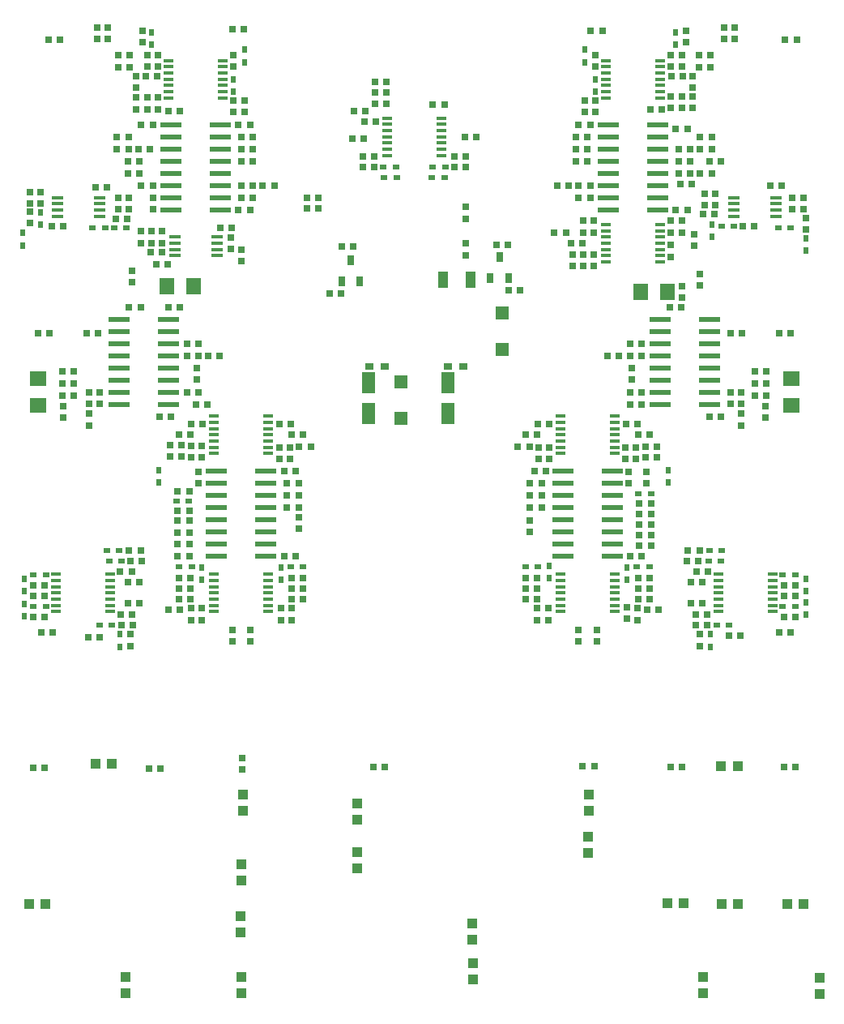
<source format=gbr>
%TF.GenerationSoftware,KiCad,Pcbnew,7.0.1*%
%TF.CreationDate,2023-04-17T15:30:12+02:00*%
%TF.ProjectId,blades_v40,626c6164-6573-45f7-9634-302e6b696361,rev?*%
%TF.SameCoordinates,Original*%
%TF.FileFunction,Paste,Top*%
%TF.FilePolarity,Positive*%
%FSLAX46Y46*%
G04 Gerber Fmt 4.6, Leading zero omitted, Abs format (unit mm)*
G04 Created by KiCad (PCBNEW 7.0.1) date 2023-04-17 15:30:12*
%MOMM*%
%LPD*%
G01*
G04 APERTURE LIST*
%ADD10R,0.650000X0.750000*%
%ADD11R,0.750000X0.650000*%
%ADD12R,0.700000X0.500000*%
%ADD13R,0.500000X0.700000*%
%ADD14R,1.100000X1.000000*%
%ADD15R,1.400000X1.400000*%
%ADD16R,1.200000X0.350000*%
%ADD17R,1.000000X0.350000*%
%ADD18R,1.000000X1.100000*%
%ADD19R,2.200000X0.600000*%
%ADD20R,1.000000X1.800000*%
%ADD21R,0.850000X0.700000*%
%ADD22R,1.800000X1.600000*%
%ADD23R,0.700000X1.000000*%
%ADD24R,1.400000X2.200000*%
%ADD25R,1.600000X1.800000*%
G04 APERTURE END LIST*
D10*
%TO.C,C66*%
X125129800Y-96113600D03*
X123929800Y-96113600D03*
%TD*%
%TO.C,C70*%
X134883700Y-99923600D03*
X136083700Y-99923600D03*
%TD*%
D11*
%TO.C,C101*%
X178346100Y-118144900D03*
X178346100Y-116944900D03*
%TD*%
D12*
%TO.C,D30*%
X161424800Y-109924800D03*
X160124800Y-109924800D03*
%TD*%
D10*
%TO.C,R16*%
X144408700Y-60394800D03*
X145608700Y-60394800D03*
%TD*%
D13*
%TO.C,D35*%
X134531200Y-111259800D03*
X134531200Y-109959800D03*
%TD*%
D10*
%TO.C,R37*%
X165363600Y-66268700D03*
X166563600Y-66268700D03*
%TD*%
%TO.C,C92*%
X110683600Y-116751100D03*
X109483600Y-116751100D03*
%TD*%
D13*
%TO.C,D44*%
X107702400Y-115069900D03*
X107702400Y-113769900D03*
%TD*%
D11*
%TO.C,R63*%
X153898600Y-72336000D03*
X153898600Y-73536000D03*
%TD*%
D10*
%TO.C,R99*%
X185296100Y-90716100D03*
X184096100Y-90716100D03*
%TD*%
D14*
%TO.C,D51*%
X189216400Y-145135600D03*
X187516400Y-145135600D03*
%TD*%
D10*
%TO.C,C65*%
X170602400Y-95002300D03*
X171802400Y-95002300D03*
%TD*%
%TO.C,C23*%
X152663600Y-68173600D03*
X153863600Y-68173600D03*
%TD*%
D11*
%TO.C,R107*%
X182632300Y-92903700D03*
X182632300Y-91703700D03*
%TD*%
D10*
%TO.C,C68*%
X161324800Y-96113600D03*
X160124800Y-96113600D03*
%TD*%
D15*
%TO.C,D19*%
X147072500Y-94362300D03*
X147072500Y-90562300D03*
%TD*%
D11*
%TO.C,R121*%
X171678600Y-98618600D03*
X171678600Y-97418600D03*
%TD*%
D10*
%TO.C,C91*%
X135677300Y-112147500D03*
X136877300Y-112147500D03*
%TD*%
%TO.C,R43*%
X153863500Y-67062500D03*
X152663500Y-67062500D03*
%TD*%
%TO.C,R182*%
X109870800Y-130886200D03*
X108670800Y-130886200D03*
%TD*%
%TO.C,C7*%
X176565000Y-58648500D03*
X175365000Y-58648500D03*
%TD*%
D11*
%TO.C,C57*%
X185172400Y-93132300D03*
X185172400Y-94332300D03*
%TD*%
%TO.C,R116*%
X134372400Y-97418500D03*
X134372400Y-98618500D03*
%TD*%
%TO.C,C95*%
X131356100Y-117668600D03*
X131356100Y-116468600D03*
%TD*%
D10*
%TO.C,C89*%
X171872400Y-112147300D03*
X173072400Y-112147300D03*
%TD*%
D16*
%TO.C,IC6*%
X111217300Y-71326100D03*
X111217300Y-71976100D03*
X111217300Y-72626100D03*
X111217300Y-73276100D03*
X115617300Y-73276100D03*
X115617300Y-72626100D03*
X115617300Y-71976100D03*
X115617300Y-71326100D03*
%TD*%
D10*
%TO.C,R32*%
X117421100Y-64998700D03*
X118621100Y-64998700D03*
%TD*%
D17*
%TO.C,IC19*%
X127558800Y-110673600D03*
X127558800Y-111323600D03*
X127558800Y-111973600D03*
X127558800Y-112623600D03*
X127558800Y-113273600D03*
X127558800Y-113923600D03*
X127558800Y-114573600D03*
X133248400Y-114573600D03*
X133248400Y-113923600D03*
X133248400Y-113273600D03*
X133248400Y-112623600D03*
X133248400Y-111973600D03*
X133248400Y-111323600D03*
X133228100Y-110673600D03*
%TD*%
D11*
%TO.C,R13*%
X177552400Y-58683500D03*
X177552400Y-59883500D03*
%TD*%
D17*
%TO.C,IC20*%
X163753800Y-110673600D03*
X163753800Y-111323600D03*
X163753800Y-111973600D03*
X163753800Y-112623600D03*
X163753800Y-113273600D03*
X163753800Y-113923600D03*
X163753800Y-114573600D03*
X169443400Y-114573600D03*
X169443400Y-113923600D03*
X169443400Y-113273600D03*
X169443400Y-112623600D03*
X169443400Y-111973600D03*
X169443400Y-111323600D03*
X169423100Y-110673600D03*
%TD*%
D10*
%TO.C,R49*%
X131638600Y-70078500D03*
X130438600Y-70078500D03*
%TD*%
D11*
%TO.C,R2*%
X176917300Y-55121100D03*
X176917300Y-53921100D03*
%TD*%
D10*
%TO.C,R97*%
X185296200Y-89446100D03*
X184096200Y-89446100D03*
%TD*%
D11*
%TO.C,R65*%
X108337500Y-72812200D03*
X108337500Y-74012200D03*
%TD*%
D12*
%TO.C,D12*%
X181903800Y-74364900D03*
X180603800Y-74364900D03*
%TD*%
D11*
%TO.C,C10*%
X121672300Y-60906100D03*
X121672300Y-62106100D03*
%TD*%
%TO.C,R78*%
X130403600Y-77981100D03*
X130403600Y-76781100D03*
%TD*%
%TO.C,R55*%
X178822200Y-70907300D03*
X178822200Y-72107300D03*
%TD*%
D10*
%TO.C,C88*%
X161324900Y-112147200D03*
X160124900Y-112147200D03*
%TD*%
D18*
%TO.C,D57*%
X142544800Y-139688200D03*
X142544800Y-141388200D03*
%TD*%
D19*
%TO.C,IC4*%
X123041100Y-63728600D03*
X123041100Y-64998600D03*
X123041100Y-66268600D03*
X123041100Y-67538600D03*
X123041100Y-68808600D03*
X123041100Y-70078600D03*
X123041100Y-71348600D03*
X123041100Y-72618600D03*
X128241100Y-72618600D03*
X128241100Y-71348600D03*
X128241100Y-70078600D03*
X128241100Y-68808600D03*
X128241100Y-67538600D03*
X128241100Y-66268600D03*
X128241100Y-64998600D03*
X128241100Y-63728600D03*
%TD*%
D10*
%TO.C,R76*%
X120913600Y-77063500D03*
X122113600Y-77063500D03*
%TD*%
D18*
%TO.C,D52*%
X190855600Y-152845400D03*
X190855600Y-154545400D03*
%TD*%
D10*
%TO.C,C27*%
X186883500Y-70078500D03*
X185683500Y-70078500D03*
%TD*%
%TO.C,R112*%
X159331100Y-97383600D03*
X160531100Y-97383600D03*
%TD*%
D11*
%TO.C,C42*%
X118973600Y-80203600D03*
X118973600Y-79003600D03*
%TD*%
D10*
%TO.C,R146*%
X118964100Y-110401100D03*
X117764100Y-110401100D03*
%TD*%
D12*
%TO.C,D38*%
X109989900Y-110718700D03*
X108689900Y-110718700D03*
%TD*%
D11*
%TO.C,R61*%
X118656000Y-71383700D03*
X118656000Y-72583700D03*
%TD*%
%TO.C,R72*%
X122148600Y-76076100D03*
X122148600Y-74876100D03*
%TD*%
%TO.C,R164*%
X135642500Y-115445900D03*
X135642500Y-114245900D03*
%TD*%
D10*
%TO.C,C85*%
X172278700Y-108813600D03*
X171078700Y-108813600D03*
%TD*%
%TO.C,R46*%
X177517200Y-69919800D03*
X176317200Y-69919800D03*
%TD*%
%TO.C,R175*%
X177904800Y-115957300D03*
X179104800Y-115957300D03*
%TD*%
%TO.C,C69*%
X173072300Y-96113600D03*
X171872300Y-96113600D03*
%TD*%
D11*
%TO.C,R126*%
X172789800Y-99958600D03*
X172789800Y-101158600D03*
%TD*%
D10*
%TO.C,R92*%
X125923700Y-86588600D03*
X124723700Y-86588600D03*
%TD*%
%TO.C,R40*%
X117421000Y-66268800D03*
X118621000Y-66268800D03*
%TD*%
D12*
%TO.C,D24*%
X124912400Y-103019200D03*
X123612400Y-103019200D03*
%TD*%
D14*
%TO.C,D53*%
X116877200Y-130454400D03*
X115177200Y-130454400D03*
%TD*%
D10*
%TO.C,R151*%
X119732300Y-111512200D03*
X118532300Y-111512200D03*
%TD*%
D13*
%TO.C,D36*%
X170726100Y-111259900D03*
X170726100Y-109959900D03*
%TD*%
D10*
%TO.C,R89*%
X115446200Y-85477300D03*
X114246200Y-85477300D03*
%TD*%
D12*
%TO.C,D13*%
X186536000Y-74523500D03*
X187836000Y-74523500D03*
%TD*%
D10*
%TO.C,C87*%
X187112500Y-111829900D03*
X188312500Y-111829900D03*
%TD*%
%TO.C,R41*%
X119643200Y-66268800D03*
X120843200Y-66268800D03*
%TD*%
%TO.C,C49*%
X126945900Y-87858700D03*
X128145900Y-87858700D03*
%TD*%
D19*
%TO.C,IC13*%
X174158600Y-84048600D03*
X174158600Y-85318600D03*
X174158600Y-86588600D03*
X174158600Y-87858600D03*
X174158600Y-89128600D03*
X174158600Y-90398600D03*
X174158600Y-91668600D03*
X174158600Y-92938600D03*
X179358600Y-92938600D03*
X179358600Y-91668600D03*
X179358600Y-90398600D03*
X179358600Y-89128600D03*
X179358600Y-87858600D03*
X179358600Y-86588600D03*
X179358600Y-85318600D03*
X179358600Y-84048600D03*
%TD*%
D10*
%TO.C,R158*%
X173072500Y-113258700D03*
X171872500Y-113258700D03*
%TD*%
D11*
%TO.C,C9*%
X175329900Y-60747400D03*
X175329900Y-61947400D03*
%TD*%
D10*
%TO.C,R111*%
X137671200Y-97383500D03*
X136471200Y-97383500D03*
%TD*%
D11*
%TO.C,R167*%
X134531000Y-114246100D03*
X134531000Y-115446100D03*
%TD*%
D10*
%TO.C,R190*%
X187131400Y-130835400D03*
X188331400Y-130835400D03*
%TD*%
D13*
%TO.C,D47*%
X179457400Y-118244600D03*
X179457400Y-116944600D03*
%TD*%
D15*
%TO.C,D20*%
X157708700Y-83418600D03*
X157708700Y-87218600D03*
%TD*%
D10*
%TO.C,R48*%
X119961200Y-70078500D03*
X121161200Y-70078500D03*
%TD*%
%TO.C,R170*%
X118989200Y-114846200D03*
X117789200Y-114846200D03*
%TD*%
%TO.C,R108*%
X126876100Y-92938600D03*
X125676100Y-92938600D03*
%TD*%
D18*
%TO.C,D61*%
X142519400Y-134633600D03*
X142519400Y-136333600D03*
%TD*%
D10*
%TO.C,R96*%
X111706300Y-89446100D03*
X112906300Y-89446100D03*
%TD*%
%TO.C,R54*%
X137264900Y-71348600D03*
X138464900Y-71348600D03*
%TD*%
D13*
%TO.C,D43*%
X189458600Y-114911300D03*
X189458600Y-113611300D03*
%TD*%
D10*
%TO.C,C48*%
X169897300Y-87858600D03*
X168697300Y-87858600D03*
%TD*%
D13*
%TO.C,D4*%
X130721100Y-55884900D03*
X130721100Y-57184900D03*
%TD*%
D14*
%TO.C,D54*%
X180582200Y-130683000D03*
X182282200Y-130683000D03*
%TD*%
D10*
%TO.C,C16*%
X154974900Y-64998700D03*
X153774900Y-64998700D03*
%TD*%
D14*
%TO.C,D56*%
X174956100Y-145008600D03*
X176656100Y-145008600D03*
%TD*%
D10*
%TO.C,R82*%
X159578500Y-81032400D03*
X158378500Y-81032400D03*
%TD*%
D12*
%TO.C,D29*%
X135577400Y-109924800D03*
X136877400Y-109924800D03*
%TD*%
D10*
%TO.C,C82*%
X119891100Y-108178500D03*
X118691100Y-108178500D03*
%TD*%
%TO.C,R145*%
X178025500Y-110401000D03*
X179225500Y-110401000D03*
%TD*%
%TO.C,R143*%
X120050100Y-109289800D03*
X118850100Y-109289800D03*
%TD*%
D11*
%TO.C,R21*%
X120561000Y-62106000D03*
X120561000Y-60906000D03*
%TD*%
%TO.C,C56*%
X111829900Y-93132300D03*
X111829900Y-94332300D03*
%TD*%
D12*
%TO.C,D25*%
X116368700Y-108178500D03*
X117668700Y-108178500D03*
%TD*%
D10*
%TO.C,C8*%
X121637400Y-58648600D03*
X120437400Y-58648600D03*
%TD*%
D17*
%TO.C,IC3*%
X145656300Y-63048600D03*
X145656300Y-63698600D03*
X145656300Y-64348600D03*
X145656300Y-64998600D03*
X145656300Y-65648600D03*
X145656300Y-66298600D03*
X145656300Y-66948600D03*
X151345900Y-66948600D03*
X151345900Y-66298600D03*
X151345900Y-65648600D03*
X151345900Y-64998600D03*
X151345900Y-64348600D03*
X151345900Y-63698600D03*
X151325600Y-63048600D03*
%TD*%
D10*
%TO.C,C39*%
X140916100Y-76428600D03*
X142116100Y-76428600D03*
%TD*%
D13*
%TO.C,D1*%
X121037400Y-55379900D03*
X121037400Y-54079900D03*
%TD*%
D10*
%TO.C,R122*%
X124177500Y-98336000D03*
X122977500Y-98336000D03*
%TD*%
D11*
%TO.C,C33*%
X167233400Y-74964800D03*
X167233400Y-73764800D03*
%TD*%
D13*
%TO.C,D6*%
X167392400Y-60301100D03*
X167392400Y-59001100D03*
%TD*%
D11*
%TO.C,C80*%
X180886100Y-54803500D03*
X180886100Y-53603500D03*
%TD*%
D10*
%TO.C,C15*%
X175841200Y-64204900D03*
X177041200Y-64204900D03*
%TD*%
D11*
%TO.C,C61*%
X114528500Y-93926100D03*
X114528500Y-95126100D03*
%TD*%
%TO.C,C94*%
X129451300Y-116468600D03*
X129451300Y-117668600D03*
%TD*%
D13*
%TO.C,D5*%
X129609600Y-60301100D03*
X129609600Y-59001100D03*
%TD*%
D10*
%TO.C,R133*%
X173231100Y-103257400D03*
X172031100Y-103257400D03*
%TD*%
D11*
%TO.C,R6*%
X176441100Y-57661000D03*
X176441100Y-56461000D03*
%TD*%
D10*
%TO.C,C21*%
X130438600Y-67538600D03*
X131638600Y-67538600D03*
%TD*%
%TO.C,C14*%
X130121100Y-63728600D03*
X131321100Y-63728600D03*
%TD*%
D11*
%TO.C,R185*%
X130479800Y-131079800D03*
X130479800Y-129879800D03*
%TD*%
D19*
%TO.C,IC5*%
X168761100Y-63728600D03*
X168761100Y-64998600D03*
X168761100Y-66268600D03*
X168761100Y-67538600D03*
X168761100Y-68808600D03*
X168761100Y-70078600D03*
X168761100Y-71348600D03*
X168761100Y-72618600D03*
X173961100Y-72618600D03*
X173961100Y-71348600D03*
X173961100Y-70078600D03*
X173961100Y-68808600D03*
X173961100Y-67538600D03*
X173961100Y-66268600D03*
X173961100Y-64998600D03*
X173961100Y-63728600D03*
%TD*%
D10*
%TO.C,R102*%
X111706400Y-91986100D03*
X112906400Y-91986100D03*
%TD*%
D11*
%TO.C,R199*%
X115322300Y-54803600D03*
X115322300Y-53603600D03*
%TD*%
D10*
%TO.C,R109*%
X171078600Y-92938600D03*
X172278600Y-92938600D03*
%TD*%
%TO.C,R134*%
X136401100Y-103733500D03*
X135201100Y-103733500D03*
%TD*%
%TO.C,C93*%
X187836100Y-116751100D03*
X186636100Y-116751100D03*
%TD*%
D11*
%TO.C,R22*%
X119449800Y-62106100D03*
X119449800Y-60906100D03*
%TD*%
D17*
%TO.C,IC8*%
X168516300Y-74161100D03*
X168516300Y-74811100D03*
X168516300Y-75461100D03*
X168516300Y-76111100D03*
X168516300Y-76761100D03*
X168516300Y-77411100D03*
X168516300Y-78061100D03*
X174205900Y-78061100D03*
X174205900Y-77411100D03*
X174205900Y-76761100D03*
X174205900Y-76111100D03*
X174205900Y-75461100D03*
X174205900Y-74811100D03*
X174185600Y-74161100D03*
%TD*%
D10*
%TO.C,R138*%
X123771200Y-107543600D03*
X124971200Y-107543600D03*
%TD*%
D11*
%TO.C,R71*%
X119926100Y-76076100D03*
X119926100Y-74876100D03*
%TD*%
D16*
%TO.C,IC7*%
X181861000Y-71326200D03*
X181861000Y-71976200D03*
X181861000Y-72626200D03*
X181861000Y-73276200D03*
X186261000Y-73276200D03*
X186261000Y-72626200D03*
X186261000Y-71976200D03*
X186261000Y-71326200D03*
%TD*%
D10*
%TO.C,R186*%
X144205400Y-130810000D03*
X145405400Y-130810000D03*
%TD*%
D11*
%TO.C,C6*%
X121672400Y-57661100D03*
X121672400Y-56461100D03*
%TD*%
D10*
%TO.C,C58*%
X121866100Y-94208600D03*
X123066100Y-94208600D03*
%TD*%
%TO.C,R144*%
X176952200Y-109289800D03*
X178152200Y-109289800D03*
%TD*%
D11*
%TO.C,R118*%
X135483700Y-98618600D03*
X135483700Y-97418600D03*
%TD*%
D18*
%TO.C,D49*%
X118338600Y-152693000D03*
X118338600Y-154393000D03*
%TD*%
D10*
%TO.C,R33*%
X131638600Y-64998700D03*
X130438600Y-64998700D03*
%TD*%
%TO.C,R124*%
X162277300Y-99923600D03*
X161077300Y-99923600D03*
%TD*%
%TO.C,R42*%
X143138600Y-67062200D03*
X144338600Y-67062200D03*
%TD*%
D11*
%TO.C,C79*%
X116433500Y-54803500D03*
X116433500Y-53603500D03*
%TD*%
D12*
%TO.C,D10*%
X150341000Y-69285000D03*
X151641000Y-69285000D03*
%TD*%
D17*
%TO.C,IC14*%
X127558800Y-94163600D03*
X127558800Y-94813600D03*
X127558800Y-95463600D03*
X127558800Y-96113600D03*
X127558800Y-96763600D03*
X127558800Y-97413600D03*
X127558800Y-98063600D03*
X133248400Y-98063600D03*
X133248400Y-97413600D03*
X133248400Y-96763600D03*
X133248400Y-96113600D03*
X133248400Y-95463600D03*
X133248400Y-94813600D03*
X133228100Y-94163600D03*
%TD*%
D10*
%TO.C,C90*%
X125129800Y-112147400D03*
X123929800Y-112147400D03*
%TD*%
D11*
%TO.C,R50*%
X108337300Y-70748500D03*
X108337300Y-71948500D03*
%TD*%
D10*
%TO.C,R10*%
X117579800Y-57696200D03*
X118779800Y-57696200D03*
%TD*%
D13*
%TO.C,D22*%
X175012600Y-99779300D03*
X175012600Y-101079300D03*
%TD*%
D20*
%TO.C,P1*%
X154346100Y-79921100D03*
X151546100Y-79921100D03*
%TD*%
D10*
%TO.C,R12*%
X145608700Y-59283500D03*
X144408700Y-59283500D03*
%TD*%
D21*
%TO.C,L1*%
X152046100Y-88969800D03*
X153646100Y-88969800D03*
%TD*%
D18*
%TO.C,R194*%
X180607600Y-145110200D03*
X182307600Y-145110200D03*
%TD*%
D10*
%TO.C,C47*%
X122818600Y-82778600D03*
X124018600Y-82778600D03*
%TD*%
D11*
%TO.C,R165*%
X125164900Y-115446100D03*
X125164900Y-114246100D03*
%TD*%
D10*
%TO.C,R34*%
X165363600Y-64998700D03*
X166563600Y-64998700D03*
%TD*%
D11*
%TO.C,R5*%
X120561100Y-57661000D03*
X120561100Y-56461000D03*
%TD*%
D10*
%TO.C,C34*%
X111794800Y-74364900D03*
X110594800Y-74364900D03*
%TD*%
D22*
%TO.C,C52*%
X109131100Y-90268600D03*
X109131100Y-93068600D03*
%TD*%
D11*
%TO.C,R60*%
X189141000Y-71383600D03*
X189141000Y-72583600D03*
%TD*%
%TO.C,C51*%
X171202400Y-90363600D03*
X171202400Y-89163600D03*
%TD*%
D10*
%TO.C,R27*%
X124018800Y-62299800D03*
X122818800Y-62299800D03*
%TD*%
%TO.C,C26*%
X132661200Y-70078500D03*
X133861200Y-70078500D03*
%TD*%
D11*
%TO.C,C40*%
X175329800Y-77504700D03*
X175329800Y-76304700D03*
%TD*%
D10*
%TO.C,R85*%
X175206100Y-82778600D03*
X176406100Y-82778600D03*
%TD*%
D11*
%TO.C,R197*%
X121037400Y-76076200D03*
X121037400Y-74876200D03*
%TD*%
%TO.C,R120*%
X162629900Y-97418600D03*
X162629900Y-98618600D03*
%TD*%
%TO.C,R79*%
X167233600Y-77257300D03*
X167233600Y-78457300D03*
%TD*%
D10*
%TO.C,C64*%
X162594900Y-95002300D03*
X161394900Y-95002300D03*
%TD*%
%TO.C,C36*%
X128216100Y-74523600D03*
X129416100Y-74523600D03*
%TD*%
D11*
%TO.C,R172*%
X171837400Y-115446200D03*
X171837400Y-114246200D03*
%TD*%
D10*
%TO.C,R53*%
X165681200Y-71348500D03*
X166881200Y-71348500D03*
%TD*%
D19*
%TO.C,IC17*%
X163998600Y-99923600D03*
X163998600Y-101193600D03*
X163998600Y-102463600D03*
X163998600Y-103733600D03*
X163998600Y-105003600D03*
X163998600Y-106273600D03*
X163998600Y-107543600D03*
X163998600Y-108813600D03*
X169198600Y-108813600D03*
X169198600Y-107543600D03*
X169198600Y-106273600D03*
X169198600Y-105003600D03*
X169198600Y-103733600D03*
X169198600Y-102463600D03*
X169198600Y-101193600D03*
X169198600Y-99923600D03*
%TD*%
D11*
%TO.C,R168*%
X161359800Y-115446100D03*
X161359800Y-114246100D03*
%TD*%
D10*
%TO.C,C72*%
X135201200Y-102463600D03*
X136401200Y-102463600D03*
%TD*%
D11*
%TO.C,R56*%
X179933500Y-72107300D03*
X179933500Y-70907300D03*
%TD*%
D10*
%TO.C,R159*%
X177428600Y-113734800D03*
X178628600Y-113734800D03*
%TD*%
D19*
%TO.C,IC16*%
X127803600Y-99923600D03*
X127803600Y-101193600D03*
X127803600Y-102463600D03*
X127803600Y-103733600D03*
X127803600Y-105003600D03*
X127803600Y-106273600D03*
X127803600Y-107543600D03*
X127803600Y-108813600D03*
X133003600Y-108813600D03*
X133003600Y-107543600D03*
X133003600Y-106273600D03*
X133003600Y-105003600D03*
X133003600Y-103733600D03*
X133003600Y-102463600D03*
X133003600Y-101193600D03*
X133003600Y-99923600D03*
%TD*%
D11*
%TO.C,R106*%
X181521100Y-92903700D03*
X181521100Y-91703700D03*
%TD*%
D10*
%TO.C,R176*%
X119097300Y-115957400D03*
X117897300Y-115957400D03*
%TD*%
D18*
%TO.C,D58*%
X166624000Y-138113400D03*
X166624000Y-139813400D03*
%TD*%
D12*
%TO.C,D45*%
X115574900Y-115957100D03*
X116874900Y-115957100D03*
%TD*%
D17*
%TO.C,IC15*%
X163753800Y-94163600D03*
X163753800Y-94813600D03*
X163753800Y-95463600D03*
X163753800Y-96113600D03*
X163753800Y-96763600D03*
X163753800Y-97413600D03*
X163753800Y-98063600D03*
X169443400Y-98063600D03*
X169443400Y-97413600D03*
X169443400Y-96763600D03*
X169443400Y-96113600D03*
X169443400Y-95463600D03*
X169443400Y-94813600D03*
X169423100Y-94163600D03*
%TD*%
D10*
%TO.C,C20*%
X180533800Y-67538500D03*
X179333800Y-67538500D03*
%TD*%
%TO.C,C31*%
X177041200Y-72618700D03*
X175841200Y-72618700D03*
%TD*%
%TO.C,R9*%
X179422300Y-57696100D03*
X178222300Y-57696100D03*
%TD*%
%TO.C,R154*%
X187112300Y-112941200D03*
X188312300Y-112941200D03*
%TD*%
D22*
%TO.C,C53*%
X187871100Y-90268600D03*
X187871100Y-93068600D03*
%TD*%
D13*
%TO.C,D16*%
X179616100Y-74141300D03*
X179616100Y-75441300D03*
%TD*%
D10*
%TO.C,C62*%
X126400000Y-95002200D03*
X125200000Y-95002200D03*
%TD*%
D11*
%TO.C,C46*%
X176441100Y-81791100D03*
X176441100Y-80591100D03*
%TD*%
D13*
%TO.C,D18*%
X189458700Y-75569800D03*
X189458700Y-76869800D03*
%TD*%
D11*
%TO.C,R77*%
X165011400Y-78457300D03*
X165011400Y-77257300D03*
%TD*%
%TO.C,R67*%
X189458500Y-73447400D03*
X189458500Y-74647400D03*
%TD*%
D10*
%TO.C,R152*%
X177428600Y-111512300D03*
X178628600Y-111512300D03*
%TD*%
%TO.C,C78*%
X173231000Y-105479800D03*
X172031000Y-105479800D03*
%TD*%
D11*
%TO.C,R24*%
X130721400Y-61223700D03*
X130721400Y-62423700D03*
%TD*%
D10*
%TO.C,R156*%
X123929800Y-113258600D03*
X125129800Y-113258600D03*
%TD*%
D23*
%TO.C,IC10*%
X156441100Y-79751100D03*
X158341100Y-79751100D03*
X157391100Y-77551100D03*
%TD*%
D10*
%TO.C,R150*%
X161324900Y-111036200D03*
X160124900Y-111036200D03*
%TD*%
%TO.C,R93*%
X171078600Y-86588600D03*
X172278600Y-86588600D03*
%TD*%
%TO.C,R62*%
X137265000Y-72459800D03*
X138465000Y-72459800D03*
%TD*%
D11*
%TO.C,R117*%
X170567400Y-97418500D03*
X170567400Y-98618500D03*
%TD*%
D10*
%TO.C,R3*%
X117579900Y-56425900D03*
X118779900Y-56425900D03*
%TD*%
%TO.C,R70*%
X163141000Y-74999600D03*
X164341000Y-74999600D03*
%TD*%
%TO.C,R31*%
X166881100Y-63728700D03*
X165681100Y-63728700D03*
%TD*%
%TO.C,R110*%
X124177500Y-97224700D03*
X122977500Y-97224700D03*
%TD*%
%TO.C,R36*%
X131638600Y-66268600D03*
X130438600Y-66268600D03*
%TD*%
%TO.C,R23*%
X151641200Y-61664800D03*
X150441200Y-61664800D03*
%TD*%
%TO.C,C29*%
X116398600Y-70237200D03*
X115198600Y-70237200D03*
%TD*%
%TO.C,R173*%
X108690000Y-115163500D03*
X109890000Y-115163500D03*
%TD*%
D11*
%TO.C,R105*%
X114528500Y-92903500D03*
X114528500Y-91703500D03*
%TD*%
%TO.C,R166*%
X126276100Y-114246100D03*
X126276100Y-115446100D03*
%TD*%
%TO.C,R119*%
X161518600Y-98618600D03*
X161518600Y-97418600D03*
%TD*%
D13*
%TO.C,D2*%
X175806100Y-55379800D03*
X175806100Y-54079800D03*
%TD*%
D17*
%TO.C,IC2*%
X122796300Y-57016100D03*
X122796300Y-57666100D03*
X122796300Y-58316100D03*
X122796300Y-58966100D03*
X122796300Y-59616100D03*
X122796300Y-60266100D03*
X122796300Y-60916100D03*
X128485900Y-60916100D03*
X128485900Y-60266100D03*
X128485900Y-59616100D03*
X128485900Y-58966100D03*
X128485900Y-58316100D03*
X128485900Y-57666100D03*
X128465600Y-57016100D03*
%TD*%
D10*
%TO.C,C84*%
X136083600Y-108813600D03*
X134883600Y-108813600D03*
%TD*%
%TO.C,R95*%
X171078600Y-87858600D03*
X172278600Y-87858600D03*
%TD*%
%TO.C,R84*%
X118691200Y-82778600D03*
X119891200Y-82778600D03*
%TD*%
%TO.C,C28*%
X164658600Y-70078600D03*
X163458600Y-70078600D03*
%TD*%
%TO.C,C17*%
X143227400Y-65157400D03*
X142027400Y-65157400D03*
%TD*%
D13*
%TO.C,D21*%
X121751700Y-99779300D03*
X121751700Y-101079300D03*
%TD*%
D11*
%TO.C,R125*%
X125958600Y-99958600D03*
X125958600Y-101158600D03*
%TD*%
D10*
%TO.C,R136*%
X123771000Y-104051100D03*
X124971000Y-104051100D03*
%TD*%
D11*
%TO.C,C13*%
X167392500Y-61223500D03*
X167392500Y-62423500D03*
%TD*%
D14*
%TO.C,D50*%
X108243000Y-145135600D03*
X109943000Y-145135600D03*
%TD*%
D10*
%TO.C,R90*%
X181556100Y-85477300D03*
X182756100Y-85477300D03*
%TD*%
%TO.C,C74*%
X173231200Y-104368700D03*
X172031200Y-104368700D03*
%TD*%
D24*
%TO.C,C54*%
X151993600Y-93903600D03*
X151993600Y-90703600D03*
%TD*%
D11*
%TO.C,R57*%
X121196100Y-72583500D03*
X121196100Y-71383500D03*
%TD*%
%TO.C,C96*%
X165646100Y-116468600D03*
X165646100Y-117668600D03*
%TD*%
D10*
%TO.C,C30*%
X131321200Y-72618700D03*
X130121200Y-72618700D03*
%TD*%
D11*
%TO.C,C97*%
X167551100Y-117668600D03*
X167551100Y-116468600D03*
%TD*%
D10*
%TO.C,R83*%
X139646000Y-81349900D03*
X140846000Y-81349900D03*
%TD*%
%TO.C,C98*%
X182597300Y-117068600D03*
X181397300Y-117068600D03*
%TD*%
%TO.C,R101*%
X171078600Y-91668600D03*
X172278600Y-91668600D03*
%TD*%
D12*
%TO.C,D37*%
X187012200Y-110718600D03*
X188312200Y-110718600D03*
%TD*%
%TO.C,D31*%
X171772400Y-109924800D03*
X173072400Y-109924800D03*
%TD*%
D10*
%TO.C,C11*%
X144408700Y-61506100D03*
X145608700Y-61506100D03*
%TD*%
%TO.C,R149*%
X171872400Y-111036100D03*
X173072400Y-111036100D03*
%TD*%
D13*
%TO.C,D11*%
X109448600Y-72871000D03*
X109448600Y-74171000D03*
%TD*%
D10*
%TO.C,C2*%
X166951300Y-53886200D03*
X168151300Y-53886200D03*
%TD*%
D13*
%TO.C,D48*%
X117703500Y-118244900D03*
X117703500Y-116944900D03*
%TD*%
D10*
%TO.C,R103*%
X185296100Y-91986100D03*
X184096100Y-91986100D03*
%TD*%
%TO.C,R113*%
X172666200Y-97383600D03*
X173866200Y-97383600D03*
%TD*%
D13*
%TO.C,D3*%
X166281100Y-55884800D03*
X166281100Y-57184800D03*
%TD*%
D14*
%TO.C,R188*%
X166757400Y-135381100D03*
X166757400Y-133681100D03*
%TD*%
D10*
%TO.C,R142*%
X123771000Y-108813600D03*
X124971000Y-108813600D03*
%TD*%
%TO.C,R45*%
X176158600Y-68808700D03*
X177358600Y-68808700D03*
%TD*%
%TO.C,C38*%
X158308600Y-76269800D03*
X157108600Y-76269800D03*
%TD*%
%TO.C,C19*%
X176158600Y-67538500D03*
X177358600Y-67538500D03*
%TD*%
D23*
%TO.C,IC11*%
X140883600Y-80068600D03*
X142783600Y-80068600D03*
X141833600Y-77868600D03*
%TD*%
D14*
%TO.C,R193*%
X154635200Y-151296000D03*
X154635200Y-152996000D03*
%TD*%
D10*
%TO.C,C86*%
X109889800Y-111829700D03*
X108689800Y-111829700D03*
%TD*%
D11*
%TO.C,R59*%
X188029800Y-72583600D03*
X188029800Y-71383600D03*
%TD*%
D13*
%TO.C,D34*%
X126276100Y-111259800D03*
X126276100Y-109959800D03*
%TD*%
D10*
%TO.C,R29*%
X143297400Y-63410900D03*
X144497400Y-63410900D03*
%TD*%
D12*
%TO.C,D7*%
X145261200Y-68173600D03*
X146561200Y-68173600D03*
%TD*%
D17*
%TO.C,IC21*%
X180263800Y-110673600D03*
X180263800Y-111323600D03*
X180263800Y-111973600D03*
X180263800Y-112623600D03*
X180263800Y-113273600D03*
X180263800Y-113923600D03*
X180263800Y-114573600D03*
X185953400Y-114573600D03*
X185953400Y-113923600D03*
X185953400Y-113273600D03*
X185953400Y-112623600D03*
X185953400Y-111973600D03*
X185953400Y-111323600D03*
X185933100Y-110673600D03*
%TD*%
D11*
%TO.C,R58*%
X117544900Y-72583600D03*
X117544900Y-71383600D03*
%TD*%
D12*
%TO.C,D26*%
X180633600Y-108178500D03*
X179333600Y-108178500D03*
%TD*%
D10*
%TO.C,R52*%
X131638600Y-71348500D03*
X130438600Y-71348500D03*
%TD*%
D11*
%TO.C,C60*%
X182632400Y-93926000D03*
X182632400Y-95126000D03*
%TD*%
D10*
%TO.C,R44*%
X179581200Y-68808500D03*
X178381200Y-68808500D03*
%TD*%
D11*
%TO.C,R69*%
X176441000Y-74964800D03*
X176441000Y-73764800D03*
%TD*%
D10*
%TO.C,C22*%
X118532400Y-67538700D03*
X119732400Y-67538700D03*
%TD*%
%TO.C,R64*%
X178698600Y-73094800D03*
X179898600Y-73094800D03*
%TD*%
%TO.C,C73*%
X161801100Y-102463600D03*
X160601100Y-102463600D03*
%TD*%
D25*
%TO.C,C45*%
X174983600Y-81191100D03*
X172183600Y-81191100D03*
%TD*%
D14*
%TO.C,R184*%
X130562400Y-135381100D03*
X130562400Y-133681100D03*
%TD*%
D12*
%TO.C,D41*%
X109989900Y-114052400D03*
X108689900Y-114052400D03*
%TD*%
D10*
%TO.C,R153*%
X109889800Y-112940800D03*
X108689800Y-112940800D03*
%TD*%
D11*
%TO.C,C32*%
X175329900Y-74964700D03*
X175329900Y-73764700D03*
%TD*%
%TO.C,R1*%
X120084800Y-55121100D03*
X120084800Y-53921100D03*
%TD*%
D10*
%TO.C,R28*%
X142186100Y-62299800D03*
X143386100Y-62299800D03*
%TD*%
D11*
%TO.C,C100*%
X118814900Y-118144800D03*
X118814900Y-116944800D03*
%TD*%
D10*
%TO.C,C18*%
X166563600Y-67538500D03*
X165363600Y-67538500D03*
%TD*%
%TO.C,R38*%
X177358600Y-66268700D03*
X176158600Y-66268700D03*
%TD*%
D11*
%TO.C,R114*%
X125164900Y-98459800D03*
X125164900Y-97259800D03*
%TD*%
%TO.C,R11*%
X119449900Y-58683500D03*
X119449900Y-59883500D03*
%TD*%
D10*
%TO.C,R39*%
X179581000Y-66268700D03*
X178381000Y-66268700D03*
%TD*%
D11*
%TO.C,R8*%
X167392400Y-56461100D03*
X167392400Y-57661100D03*
%TD*%
D10*
%TO.C,C25*%
X118532300Y-68808500D03*
X119732300Y-68808500D03*
%TD*%
%TO.C,C24*%
X144338500Y-68173700D03*
X143138500Y-68173700D03*
%TD*%
D12*
%TO.C,D8*%
X151741000Y-68173600D03*
X150441000Y-68173600D03*
%TD*%
%TO.C,D32*%
X125229800Y-109924900D03*
X123929800Y-109924900D03*
%TD*%
D10*
%TO.C,C41*%
X121548600Y-78333500D03*
X122748600Y-78333500D03*
%TD*%
D25*
%TO.C,C44*%
X122653600Y-80556100D03*
X125453600Y-80556100D03*
%TD*%
D24*
%TO.C,C55*%
X143738600Y-90703600D03*
X143738600Y-93903600D03*
%TD*%
D11*
%TO.C,C12*%
X129609900Y-61223500D03*
X129609900Y-62423500D03*
%TD*%
D10*
%TO.C,C63*%
X134407200Y-95002300D03*
X135607200Y-95002300D03*
%TD*%
%TO.C,C77*%
X123771000Y-105082800D03*
X124971000Y-105082800D03*
%TD*%
%TO.C,R94*%
X125923700Y-87858600D03*
X124723700Y-87858600D03*
%TD*%
%TO.C,R26*%
X173142400Y-62141000D03*
X174342400Y-62141000D03*
%TD*%
D11*
%TO.C,C5*%
X175329900Y-57661000D03*
X175329900Y-56461000D03*
%TD*%
D10*
%TO.C,R30*%
X121161100Y-63728600D03*
X119961100Y-63728600D03*
%TD*%
D11*
%TO.C,C43*%
X178346100Y-80521100D03*
X178346100Y-79321100D03*
%TD*%
D10*
%TO.C,R169*%
X177904800Y-114846100D03*
X179104800Y-114846100D03*
%TD*%
%TO.C,R129*%
X160601000Y-101193600D03*
X161801000Y-101193600D03*
%TD*%
D18*
%TO.C,D55*%
X130429000Y-140958200D03*
X130429000Y-142658200D03*
%TD*%
D11*
%TO.C,R74*%
X129292400Y-76711100D03*
X129292400Y-75511100D03*
%TD*%
D10*
%TO.C,R100*%
X125923600Y-91668600D03*
X124723600Y-91668600D03*
%TD*%
D13*
%TO.C,D40*%
X107702500Y-111129900D03*
X107702500Y-112429900D03*
%TD*%
D10*
%TO.C,R147*%
X125129800Y-111036100D03*
X123929800Y-111036100D03*
%TD*%
D12*
%TO.C,D9*%
X146661100Y-69285000D03*
X145361100Y-69285000D03*
%TD*%
D10*
%TO.C,C37*%
X166087400Y-76111100D03*
X164887400Y-76111100D03*
%TD*%
%TO.C,R132*%
X123771100Y-101987400D03*
X124971100Y-101987400D03*
%TD*%
D19*
%TO.C,IC12*%
X117643600Y-84048600D03*
X117643600Y-85318600D03*
X117643600Y-86588600D03*
X117643600Y-87858600D03*
X117643600Y-89128600D03*
X117643600Y-90398600D03*
X117643600Y-91668600D03*
X117643600Y-92938600D03*
X122843600Y-92938600D03*
X122843600Y-91668600D03*
X122843600Y-90398600D03*
X122843600Y-89128600D03*
X122843600Y-87858600D03*
X122843600Y-86588600D03*
X122843600Y-85318600D03*
X122843600Y-84048600D03*
%TD*%
D13*
%TO.C,D33*%
X162629900Y-111101100D03*
X162629900Y-109801100D03*
%TD*%
%TO.C,D17*%
X107543500Y-76334800D03*
X107543500Y-75034800D03*
%TD*%
D10*
%TO.C,C3*%
X111477400Y-54838600D03*
X110277400Y-54838600D03*
%TD*%
%TO.C,C59*%
X180533600Y-94208700D03*
X179333600Y-94208700D03*
%TD*%
D11*
%TO.C,R20*%
X176441100Y-61947400D03*
X176441100Y-60747400D03*
%TD*%
%TO.C,C50*%
X125799900Y-90363600D03*
X125799900Y-89163600D03*
%TD*%
D10*
%TO.C,C67*%
X136877300Y-96113600D03*
X135677300Y-96113600D03*
%TD*%
D11*
%TO.C,C76*%
X160566100Y-105038600D03*
X160566100Y-106238600D03*
%TD*%
D10*
%TO.C,C99*%
X115604900Y-117227300D03*
X114404900Y-117227300D03*
%TD*%
%TO.C,R123*%
X172666200Y-98494700D03*
X173866200Y-98494700D03*
%TD*%
D11*
%TO.C,R140*%
X166122300Y-77257300D03*
X166122300Y-78457300D03*
%TD*%
%TO.C,C71*%
X170884900Y-99958600D03*
X170884900Y-101158600D03*
%TD*%
D10*
%TO.C,C4*%
X187271100Y-54838600D03*
X188471100Y-54838600D03*
%TD*%
%TO.C,R135*%
X160601100Y-103733600D03*
X161801100Y-103733600D03*
%TD*%
D17*
%TO.C,IC1*%
X168516300Y-57016000D03*
X168516300Y-57666000D03*
X168516300Y-58316000D03*
X168516300Y-58966000D03*
X168516300Y-59616000D03*
X168516300Y-60266000D03*
X168516300Y-60916000D03*
X174205900Y-60916000D03*
X174205900Y-60266000D03*
X174205900Y-59616000D03*
X174205900Y-58966000D03*
X174205900Y-58316000D03*
X174205900Y-57666000D03*
X174185600Y-57016000D03*
%TD*%
D10*
%TO.C,C83*%
X177111200Y-108178600D03*
X178311200Y-108178600D03*
%TD*%
D12*
%TO.C,D28*%
X179233600Y-109289800D03*
X180533600Y-109289800D03*
%TD*%
D11*
%TO.C,R163*%
X170726100Y-114087300D03*
X170726100Y-115287300D03*
%TD*%
D10*
%TO.C,R160*%
X119732400Y-113735100D03*
X118532400Y-113735100D03*
%TD*%
%TO.C,R162*%
X174024900Y-114369900D03*
X172824900Y-114369900D03*
%TD*%
%TO.C,R131*%
X136401100Y-101193700D03*
X135201100Y-101193700D03*
%TD*%
%TO.C,R88*%
X109166100Y-85477200D03*
X110366100Y-85477200D03*
%TD*%
%TO.C,R187*%
X167300200Y-130759200D03*
X166100200Y-130759200D03*
%TD*%
%TO.C,C1*%
X130686100Y-53727300D03*
X129486100Y-53727300D03*
%TD*%
D11*
%TO.C,R68*%
X166122500Y-74964800D03*
X166122500Y-73764800D03*
%TD*%
D10*
%TO.C,R137*%
X173231100Y-106591100D03*
X172031100Y-106591100D03*
%TD*%
%TO.C,R98*%
X111706300Y-90716100D03*
X112906300Y-90716100D03*
%TD*%
D11*
%TO.C,R51*%
X109448600Y-71948500D03*
X109448600Y-70748500D03*
%TD*%
D12*
%TO.C,D15*%
X118403500Y-74523600D03*
X117103500Y-74523600D03*
%TD*%
D11*
%TO.C,R171*%
X162471100Y-114246200D03*
X162471100Y-115446200D03*
%TD*%
%TO.C,R200*%
X181997400Y-54803500D03*
X181997400Y-53603500D03*
%TD*%
D12*
%TO.C,D14*%
X116181000Y-74523600D03*
X114881000Y-74523600D03*
%TD*%
D14*
%TO.C,R191*%
X130327400Y-146368400D03*
X130327400Y-148068400D03*
%TD*%
D10*
%TO.C,R47*%
X165681200Y-70078400D03*
X166881200Y-70078400D03*
%TD*%
D11*
%TO.C,R19*%
X177552400Y-61947100D03*
X177552400Y-60747100D03*
%TD*%
D12*
%TO.C,D42*%
X187012500Y-114052400D03*
X188312500Y-114052400D03*
%TD*%
D10*
%TO.C,C81*%
X123770900Y-106353100D03*
X124970900Y-106353100D03*
%TD*%
%TO.C,R141*%
X173231000Y-107702400D03*
X172031000Y-107702400D03*
%TD*%
D11*
%TO.C,R73*%
X177711100Y-76393500D03*
X177711100Y-75193500D03*
%TD*%
D16*
%TO.C,IC9*%
X123441100Y-75453600D03*
X123441100Y-76103600D03*
X123441100Y-76753600D03*
X123441100Y-77403600D03*
X127841100Y-77403600D03*
X127841100Y-76753600D03*
X127841100Y-76103600D03*
X127841100Y-75453600D03*
%TD*%
D11*
%TO.C,R75*%
X153898600Y-77346100D03*
X153898600Y-76146100D03*
%TD*%
%TO.C,R115*%
X126276100Y-97259800D03*
X126276100Y-98459800D03*
%TD*%
D10*
%TO.C,R66*%
X118462300Y-73571100D03*
X117262300Y-73571100D03*
%TD*%
D11*
%TO.C,C75*%
X136436200Y-104721000D03*
X136436200Y-105921000D03*
%TD*%
D10*
%TO.C,R161*%
X122818500Y-114369700D03*
X124018500Y-114369700D03*
%TD*%
%TO.C,R189*%
X176469600Y-130784600D03*
X175269600Y-130784600D03*
%TD*%
D11*
%TO.C,R7*%
X129609900Y-56461100D03*
X129609900Y-57661100D03*
%TD*%
D12*
%TO.C,D27*%
X117927400Y-109289800D03*
X116627400Y-109289800D03*
%TD*%
D10*
%TO.C,R157*%
X160124900Y-113258600D03*
X161324900Y-113258600D03*
%TD*%
D12*
%TO.C,D46*%
X181427400Y-115957200D03*
X180127400Y-115957200D03*
%TD*%
D10*
%TO.C,R183*%
X120786600Y-130962400D03*
X121986600Y-130962400D03*
%TD*%
D21*
%TO.C,L2*%
X143791100Y-88969900D03*
X145391100Y-88969900D03*
%TD*%
D10*
%TO.C,R148*%
X135677400Y-111036100D03*
X136877400Y-111036100D03*
%TD*%
D11*
%TO.C,R104*%
X115639900Y-92903400D03*
X115639900Y-91703400D03*
%TD*%
D18*
%TO.C,D60*%
X178689000Y-152693000D03*
X178689000Y-154393000D03*
%TD*%
D10*
%TO.C,R4*%
X179422300Y-56426100D03*
X178222300Y-56426100D03*
%TD*%
%TO.C,C35*%
X184026000Y-74364900D03*
X182826000Y-74364900D03*
%TD*%
%TO.C,R155*%
X136877200Y-113258500D03*
X135677200Y-113258500D03*
%TD*%
D17*
%TO.C,IC18*%
X111048800Y-110673600D03*
X111048800Y-111323600D03*
X111048800Y-111973600D03*
X111048800Y-112623600D03*
X111048800Y-113273600D03*
X111048800Y-113923600D03*
X111048800Y-114573600D03*
X116738400Y-114573600D03*
X116738400Y-113923600D03*
X116738400Y-113273600D03*
X116738400Y-112623600D03*
X116738400Y-111973600D03*
X116738400Y-111323600D03*
X116718100Y-110673600D03*
%TD*%
D10*
%TO.C,R35*%
X179581000Y-64998700D03*
X178381000Y-64998700D03*
%TD*%
D13*
%TO.C,D39*%
X189458600Y-111129800D03*
X189458600Y-112429800D03*
%TD*%
D18*
%TO.C,D59*%
X130429000Y-152743800D03*
X130429000Y-154443800D03*
%TD*%
D10*
%TO.C,R91*%
X186636100Y-85477300D03*
X187836100Y-85477300D03*
%TD*%
D12*
%TO.C,D23*%
X171931100Y-102304900D03*
X173231100Y-102304900D03*
%TD*%
D11*
%TO.C,R25*%
X166281100Y-61223700D03*
X166281100Y-62423700D03*
%TD*%
D10*
%TO.C,R174*%
X188312200Y-115163600D03*
X187112200Y-115163600D03*
%TD*%
D14*
%TO.C,R192*%
X154559000Y-147105000D03*
X154559000Y-148805000D03*
%TD*%
M02*

</source>
